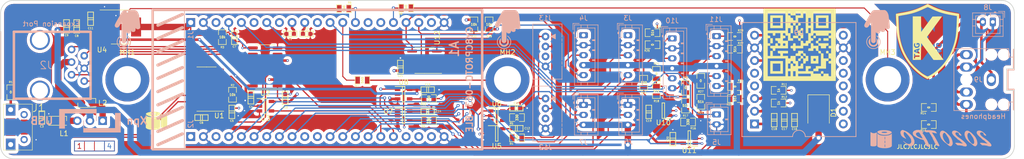
<source format=kicad_pcb>
(kicad_pcb
	(version 20241229)
	(generator "pcbnew")
	(generator_version "9.0")
	(general
		(thickness 1.6)
		(legacy_teardrops no)
	)
	(paper "USLetter")
	(title_block
		(title "KTag 2020TPC Main Body")
		(date "2025-02-01")
		(rev "Mark I")
		(company "Club K")
		(comment 1 "Dubuque               Iowa               United States of America")
		(comment 2 "Copyright © 2020-2025 Joseph P. Kearney and the KTag developers.")
		(comment 3 "License: CERN-OHL-S-2.0")
	)
	(layers
		(0 "F.Cu" signal)
		(4 "In1.Cu" power)
		(6 "In2.Cu" signal)
		(2 "B.Cu" signal)
		(9 "F.Adhes" user "F.Adhesive")
		(11 "B.Adhes" user "B.Adhesive")
		(13 "F.Paste" user)
		(15 "B.Paste" user)
		(5 "F.SilkS" user "F.Silkscreen")
		(7 "B.SilkS" user "B.Silkscreen")
		(1 "F.Mask" user)
		(3 "B.Mask" user)
		(17 "Dwgs.User" user "User.Drawings")
		(19 "Cmts.User" user "User.Comments")
		(21 "Eco1.User" user "User.Eco1")
		(23 "Eco2.User" user "User.Eco2")
		(25 "Edge.Cuts" user)
		(27 "Margin" user)
		(31 "F.CrtYd" user "F.Courtyard")
		(29 "B.CrtYd" user "B.Courtyard")
		(35 "F.Fab" user)
		(33 "B.Fab" user)
	)
	(setup
		(pad_to_mask_clearance 0)
		(allow_soldermask_bridges_in_footprints no)
		(tenting front back)
		(pcbplotparams
			(layerselection 0x00000000_00000000_55555555_575555ff)
			(plot_on_all_layers_selection 0x00000000_00000000_00000000_00000000)
			(disableapertmacros no)
			(usegerberextensions no)
			(usegerberattributes no)
			(usegerberadvancedattributes no)
			(creategerberjobfile no)
			(dashed_line_dash_ratio 12.000000)
			(dashed_line_gap_ratio 3.000000)
			(svgprecision 6)
			(plotframeref no)
			(mode 1)
			(useauxorigin no)
			(hpglpennumber 1)
			(hpglpenspeed 20)
			(hpglpendiameter 15.000000)
			(pdf_front_fp_property_popups yes)
			(pdf_back_fp_property_popups yes)
			(pdf_metadata yes)
			(pdf_single_document no)
			(dxfpolygonmode yes)
			(dxfimperialunits yes)
			(dxfusepcbnewfont yes)
			(psnegative no)
			(psa4output no)
			(plot_black_and_white yes)
			(sketchpadsonfab no)
			(plotpadnumbers no)
			(hidednponfab no)
			(sketchdnponfab yes)
			(crossoutdnponfab yes)
			(subtractmaskfromsilk yes)
			(outputformat 1)
			(mirror no)
			(drillshape 0)
			(scaleselection 1)
			(outputdirectory "Gerbers")
		)
	)
	(net 0 "")
	(net 1 "Net-(A1-Pad3)")
	(net 2 "Net-(A1-Pad8)")
	(net 3 "Net-(A1-Pad11)")
	(net 4 "Net-(A1-Pad41)")
	(net 5 "Net-(J1-Pad4)")
	(net 6 "GND")
	(net 7 "+5V")
	(net 8 "Speaker+")
	(net 9 "Speaker-")
	(net 10 "Audio_Tx")
	(net 11 "Audio_Rx")
	(net 12 "Audio_Busy")
	(net 13 "Expansion_Port_Rx")
	(net 14 "Console_Tx")
	(net 15 "Console_Rx")
	(net 16 "+3V3")
	(net 17 "Net-(A1-Pad10)")
	(net 18 "Net-(A1-Pad24)")
	(net 19 "Net-(U2-Pad9)")
	(net 20 "IR_Receive_Secondary_Left")
	(net 21 "IR_Receive_Secondary_Right")
	(net 22 "Expansion_Port_Alpha")
	(net 23 "Trigger")
	(net 24 "Net-(A1-Pad9)")
	(net 25 "IR_LED_Secondary_Left")
	(net 26 "CapSense_Tx")
	(net 27 "CapSense_Button0_Rx0")
	(net 28 "Expansion_Port_Beta")
	(net 29 "NeoPixel_Select_3")
	(net 30 "CapSense_Button0_Rx1")
	(net 31 "SDA")
	(net 32 "SCL")
	(net 33 "NeoPixel_Select_2")
	(net 34 "NeoPixel_Select_1")
	(net 35 "IR_LED_Primary_Right")
	(net 36 "IR_LED_Primary_Left")
	(net 37 "IR_Receive_Secondary_Forward")
	(net 38 "NeoPixel_Select_0")
	(net 39 "NeoPixel_Out")
	(net 40 "IR_Receive_Primary_Forward")
	(net 41 "IR_LED_Secondary_Right")
	(net 42 "IR_Receive_Primary_Right")
	(net 43 "IR_Receive_Primary_Left")
	(net 44 "Net-(J1-Pad2)")
	(net 45 "Net-(J1-Pad6)")
	(net 46 "Net-(J2-Pad4)")
	(net 47 "Net-(J2-Pad6)")
	(net 48 "Net-(J4-Pad3)")
	(net 49 "Net-(J7-Pad2)")
	(net 50 "Net-(J8-Pad2)")
	(net 51 "USB_Rx")
	(net 52 "Net-(U2-Pad6)")
	(net 53 "Net-(C3-Pad1)")
	(net 54 "Net-(C6-Pad1)")
	(net 55 "Net-(C16-Pad1)")
	(net 56 "Net-(J1-Pad3)")
	(net 57 "Net-(J2-Pad2)")
	(net 58 "Net-(J2-Pad1)")
	(net 59 "Net-(J2-Pad5)")
	(net 60 "Net-(J9-Pad2)")
	(net 61 "Net-(R2-Pad1)")
	(net 62 "Net-(R4-Pad2)")
	(net 63 "Net-(R5-Pad2)")
	(net 64 "Net-(R15-Pad2)")
	(net 65 "Net-(R16-Pad2)")
	(net 66 "Net-(U1-Pad10)")
	(net 67 "Net-(U1-Pad9)")
	(net 68 "Net-(U1-Pad8)")
	(net 69 "Net-(U1-Pad7)")
	(net 70 "Net-(U1-Pad3)")
	(net 71 "Net-(U1-Pad2)")
	(net 72 "Net-(J3-Pad3)")
	(net 73 "Net-(J6-Pad2)")
	(net 74 "Net-(J8-Pad1)")
	(net 75 "Net-(J10-Pad3)")
	(net 76 "Net-(J11-Pad3)")
	(net 77 "+5V_USB")
	(net 78 "+5V_Expansion")
	(net 79 "Net-(R9-Pad2)")
	(net 80 "Net-(R10-Pad2)")
	(net 81 "Net-(R11-Pad1)")
	(net 82 "Net-(R12-Pad1)")
	(net 83 "Net-(U9-Pad4)")
	(net 84 "Net-(U9-Pad5)")
	(net 85 "Net-(U9-Pad15)")
	(net 86 "Net-(U9-Pad14)")
	(net 87 "Net-(U9-Pad13)")
	(net 88 "Net-(U9-Pad12)")
	(net 89 "Net-(U9-Pad11)")
	(net 90 "Net-(U9-Pad9)")
	(net 91 "Net-(U12-Pad1)")
	(net 92 "Net-(U12-Pad2)")
	(net 93 "Net-(U12-Pad3)")
	(net 94 "Net-(U12-Pad7)")
	(net 95 "/User Interface/CapSense1")
	(net 96 "/User Interface/CapSense2")
	(net 97 "/User Interface/CapSense3")
	(net 98 "Net-(J10-Pad6)")
	(net 99 "Net-(J10-Pad5)")
	(net 100 "Net-(J10-Pad1)")
	(net 101 "Net-(J11-Pad1)")
	(net 102 "Net-(J11-Pad5)")
	(net 103 "Net-(J11-Pad6)")
	(footprint "KTag:MICRO-USB-MOLEX-105017-001" (layer "F.Cu") (at 25.9588 85.09 -90))
	(footprint "KTag:Keystone_4949" (layer "F.Cu") (at 50.8 75.565 -90))
	(footprint "KTag:Keystone_4949" (layer "F.Cu") (at 203.2 75.565 -90))
	(footprint "KTag:C_0603" (layer "F.Cu") (at 83.439 66.421 180))
	(footprint "KTag:C_0603" (layer "F.Cu") (at 86.741 66.421))
	(footprint "KTag:C_0603" (layer "F.Cu") (at 71.755 82.042 -90))
	(footprint "KTag:C_0603" (layer "F.Cu") (at 65.659 83.185 180))
	(footprint "KTag:C_0603" (layer "F.Cu") (at 72.263 67.183 90))
	(footprint "KTag:C_0603" (layer "F.Cu") (at 38.608 64.897 90))
	(footprint "KTag:C_0603" (layer "F.Cu") (at 82.423 79.248 90))
	(footprint "KTag:C_0603" (layer "F.Cu") (at 128.778 85.344))
	(footprint "KTag:C_0603" (layer "F.Cu") (at 128.778 81.28))
	(footprint "KTag:C_0603" (layer "F.Cu") (at 110.998 81.915))
	(footprint "KTag:C_0603" (layer "F.Cu") (at 110.998 77.597))
	(footprint "KTag:C_0603" (layer "F.Cu") (at 184.531 83.693 90))
	(footprint "KTag:C_0603" (layer "F.Cu") (at 182.499 83.693 90))
	(footprint "KTag:C_0603" (layer "F.Cu") (at 180.467 83.693 -90))
	(footprint "KTag:C_0603" (layer "F.Cu") (at 160.147 87.503 90))
	(footprint "KTag:C_0603" (layer "F.Cu") (at 155.321 82.042 90))
	(footprint "Diode_SMD:D_SMB" (layer "F.Cu") (at 189.357 82.169 -90))
	(footprint "KTag:L-0805" (layer "F.Cu") (at 36.83 83.82))
	(footprint "KTag:L-0805" (layer "F.Cu") (at 42.672 80.264))
	(footprint "KTag:R-0805" (layer "F.Cu") (at 27.432 78.105 -90))
	(footprint "KTag:R-0805" (layer "F.Cu") (at 71.882 78.613 -90))
	(footprint "KTag:R-0805" (layer "F.Cu") (at 69.85 67.056 -90))
	(footprint "KTag:R-0805" (layer "F.Cu") (at 128.905 87.249 180))
	(footprint "KTag:R-0805" (layer "F.Cu") (at 94.234 61.341))
	(footprint "KTag:R-0805" (layer "F.Cu") (at 97.917 75.692 180))
	(footprint "KTag:R-0805" (layer "F.Cu") (at 106.68 61.214 180))
	(footprint "KTag:R-0805" (layer "F.Cu") (at 111.252 83.82 180))
	(footprint "KTag:R-0805" (layer "F.Cu") (at 111.252 79.375 180))
	(footprint "KTag:R-0805" (layer "F.Cu") (at 181.356 77.724))
	(footprint "KTag:R-0805" (layer "F.Cu") (at 181.356 80.264))
	(footprint "KTag:R-0805" (layer "F.Cu") (at 211.455 84.582 180))
	(footprint "KTag:R-0805" (layer "F.Cu") (at 211.455 81.153 180))
	(footprint "KTag:R-0805" (layer "F.Cu") (at 163.195 84.074 180))
	(footprint "KTag:R-0805" (layer "F.Cu") (at 154.305 76.2 -90))
	(footprint "Package_SO:SOIC-14_3.9x8.7mm_P1.27mm" (layer "F.Cu") (at 66.675 77.47 180))
	(footprint "Package_SO:SOIC-14_3.9x8.7mm_P1.27mm" (layer "F.Cu") (at 78.435001 73.025 180))
	(footprint "KTag:SN74LV1T08DBVR" (layer "F.Cu") (at 78.486 80.899))
	(footprint "KTag:SOT-223-3_TabPin2" (layer "F.Cu") (at 49.403 65.024))
	(footprint "KTag:SN74LV1T08DBVR" (layer "F.Cu") (at 124.841 86.36))
	(footprint "KTag:SN74LV1T08DBVR"
		(layer "F.Cu")
		(uuid "00000000-0000-0000-0000-00005fa485e0")
		(at 124.841 82.804)
		(property "Reference" "U6"
			(at 0 -2.4 0)
			(layer "F.SilkS")
			(uuid "bb882505-2ef0-4a70-8e61-1c1be834ba6e")
			(effects
				(font
					(size 1 1)
					(thickness 0.15)
				)
			)
		)
		(property "Value" "SN74LV1T08DBVR"
			(at 0 2.6 0)
			(layer "F.SilkS")
			(hide yes)
			(uuid "01311869-27c6-4dbd-953b-31dab5c447bc")
			(effects
				(font
					(size 1 1)
					(thickness 0.15)
				)
			)
		)
		(property "Datasheet" ""
			(at 0 0 0)
			(layer "F.Fab")
			(hide yes)
			(uuid "1c6bbfc1-b5fc-4117-b522-c03e9572fb25")
			(effects
				(font
					(size 1.27 1.27)
					(thickness 0.15)
				)
			)
		)
		(property "Description" ""
			(at 0 0 0)
			(layer "F.Fab")
			(hide yes)
			(uuid "40615c51-311c-4f1c-a3e3-bb4d6af8cb7c")
			(effects
				(font
					(size 1.27 1.27)
					(thickness 0.15)
				)
			)
		)
		(path "/00000000-0000-0000-0000-000058716296/00000000-0000-0000-0000-00005fa1a470")
		(attr through_hole)
		(fp_line
			(start -1.7 -1.549999)
			(end 0.25 -1.549999)
			(stroke
				(width 0.1524)
				(type solid)
			)
			(layer "F.SilkS")
			(uuid "cacb0ac7-718f-479e-a990-5784c4f5357a")
		)
		(fp_line
			(start -0.25 1.549999)
			(end -0.25 -1.549999)
			(stroke
				(width 0.1524)
				(type solid)
			)
			(layer "F.SilkS")
			(uuid "04a529a7-85b7-4445-b8d6-805f6ece6ce1")
		)
		(fp_line
			(start -0.25 1.549999)
			(end 0.25 1.549999)
			(stroke
				(width 0.1524)
				(type solid)
			)
			(layer "F.SilkS")
			(uuid "2132a9b7-62ef-4d39-8d05-aa57a5591e55")
		)
		(fp_line
			(start 0.25 1.549999)
			(end 0.25 -1.549999)
			(stroke
				(width 0.1524)
				(type solid)
			)
			(layer "F.SilkS")
			(uuid "771671c3-cb44-4c2b-ade7-1378d36c2fc0")
		)
		(fp_line
			(start -1.423043 -1.138024)
			(end -1.199015 -1.138024)
			(stroke
				(width 0.1524)
				(type solid)
			)
			(layer "F.Fab")
			(uuid "78612220-18e9-4722-8631-f5b8e3ccdd70")
		)
		(fp_line
			(start -1.423043 -0.737974)
			(end -1.423043 -1.138024)
			(stroke
				(width 0.1524)
				(type solid)
			)
			(layer "F.Fab")
			(uuid "b3eeed35-d35b-4059-bb77-d9be096d146c")
		)
		(fp_line
			(start -1.423043 -0.737974)
			(end -1.199015 -0.737974)
			(stroke
				(width 0.1524)
				(type solid)
			)
			(layer "F.Fab")
			(uuid "25a171db-8a2c-4ace-990c-3e4ccb1d4c13")
		)
		(fp_line
			(start -1.423043 -0.185524)
			(end -1.199015 -0.185524)
			(stroke
				(width 0.1524)
				(type solid)
			)
			(layer "F.Fab")
			(uuid "ba512c09-1ccc-4478-b781-6b9a72384abd")
		)
		(fp_line
			(start -1.423043 0.214526)
			(end -1.423043 -0.185524)
			(stroke
				(width 0.1524)
				(type solid)
			)
			(layer "F.Fab")
			(uuid "02f853da-2108-4ed1-a6b2-f40a74758e75")
		)
		(fp_line
			(start -1.423043 0.214526)
			(end -1.199015 0.214526)
			(stroke
				(width 0.1524)
				(type solid)
			)
			(layer "F.Fab")
			(uuid "c3897a53-988b-48ad-ba2a-882df481f432")
		)
		(fp_line
			(start -1.423043 0.766976)
			(end -1.199015 0.766976)
			(stroke
				(width 0.1524)
				(type solid)
			)
			(layer "F.Fab")
			(uuid "996194cf-85c3-4a16-9b9b-843c5f30d7a6")
		)
		(fp_line
			(start -1.423043 1.167026)
			(end -1.423043 0.766976)
			(stroke
				(width 0.1524)
				(type solid)
			)
			(layer "F.Fab")
			(uuid "cc20bac3-aa52-4e90-b34c-d312a823fa0a")
		)
		(fp_line
			(start -1.423043 1.167026)
			(end -1.199015 1.167026)
			(stroke
				(width 0.1524)
				(type solid)
			)
			(layer "F.Fab")
			(uuid "3d6b33cd-02cf-43f2-ab9d-4d56c8dd1b59")
		)
		(fp_line
			(start -1.199015 -1.138024)
			(end -1.104654 -1.138024)
			(stroke
				(width 0.1524)
				(type solid)
			)
			(layer "F.Fab")
			(uuid "21df3585-e244-45d3-a250-8d23d21912dd")
		)
		(fp_line
			(start -1.199015 -0.737974)
			(end -1.104654 -0.737974)
			(stroke
				(width 0.1524)
				(type solid)
			)
			(layer "F.Fab")
			(uuid "9198d364-b6c4-4a81-94da-b323722a6799")
		)
		(fp_line
			(start -1.199015 -0.185524)
			(end -1.104654 -0.185524)
			(stroke
				(width 0.1524)
				(type solid)
			)
			(layer "F.Fab")
			(uuid "b353a1c8-bd57-433e-bd4a-6fd11e44dcec")
		)
		(fp_line
			(start -1.199015 0.214526)
			(end -1.104654 0.214526)
			(stroke
				(width 0.1524)
				(type solid)
			)
			(layer "F.Fab")
			(uuid "12a41835-cb0a-484d-97ce-88efdd57a080")
		)
		(fp_line
			(start -1.199015 0.766976)
			(end -1.104654 0.766976)
			(stroke
				(width 0.1524)
				(type solid)
			)
			(layer "F.Fab")
			(uuid "92567a23-15d2-4b4a-9ccf-f838bb2ba72e")
		)
		(fp_line
			(start -1.199015 1.167026)
			(end -1.104654 1.167026)
			(stroke
				(width 0.1524)
				(type solid)
			)
			(layer "F.Fab")
			(uuid "6a96d742-67ad-4e84-9f2a-af9257ff1bd3")
		)
		(fp_line
			(start -1.104654 -1.138024)
			(end -1.088499 -1.138024)
			(stroke
				(width 0.1524)
				(type solid)
			)
			(layer "F.Fab")
			(uuid "be5f560b-7bab-4ffe-acfb-4ad503e4037a")
		)
		(fp_line
			(start -1.104654 -0.737974)
			(end -1.088499 -0.737974)
			(stroke
				(width 0.1524)
				(type solid)
			)
			(layer "F.Fab")
			(uuid "dc3601ab-36d0-4ed4-9315-dd4ff8ec598d")
		)
		(fp_line
			(start -1.104654 -0.185524)
			(end -1.088499 -0.185524)
			(stroke
				(width 0.1524)
				(type solid)
			)
			(layer "F.Fab")
			(uuid "8aa98e13-7f0c-455b-bfab-31cb1f29b78b")
		)
		(fp_line
			(start -1.104654 0.214526)
			(end -1.088499 0.214526)
			(stroke
				(width 0.1524)
				(type solid)
			)
			(layer "F.Fab")
			(uuid "e2f945fe-2a03-4f95-86c8-0bdd1f2418dc")
		)
		(fp_line
			(start -1.104654 0.766976)
			(end -1.088499 0.766976)
			(stroke
				(width 0.1524)
				(type solid)
			)
			(layer "F.Fab")
			(uuid "4fc459ea-194e-4652-ad57-a5b140946a43")
		)
		(fp_line
			(start -1.104654 1.167026)
			(end -1.088499 1.167026)
			(stroke
				(width 0.1524)
				(type solid)
			)
			(layer "F.Fab")
			(uuid "05e803d4-232f-4780-ba31-ea1cf330d787")
		)
		(fp_line
			(start -1.088499 -1.138024)
			(end -0.834829 -1.138024)
			(stroke
				(width 0.1524)
				(type solid)
			)
			(layer "F.Fab")
			(uuid "2a695f8a-1d07-49d6-99b8-893f122c7000")
		)
		(fp_line
			(start -1.088499 -0.737974)
			(end -0.834829 -0.737974)
			(stroke
				(width 0.1524)
				(type solid)
			)
			(layer "F.Fab")
			(uuid "1f14fc52-f849-49c1-83ed-d5594c78412d")
		)
		(fp_line
			(start -1.088499 -0.185524)
			(end -0.834829 -0.185524)
			(stroke
				(width 0.1524)
				(type solid)
			)
			(layer "F.Fab")
			(uuid "ecd08be0-d5d7-4e4f-89c1-c33ae1390639")
		)
		(fp_line
			(start -1.088499 0.214526)
			(end -0.834829 0.214526)
			(stroke
				(width 0.1524)
				(type solid)
			)
			(layer "F.Fab")
			(uuid "f8ab00ec-b704-4579-95c9-502c3f2276ef")
		)
		(fp_line
			(start -1.088499 0.766976)
			(end -0.834829 0.766976)
			(stroke
				(width 0.1524)
				(type solid)
			)
			(layer "F.Fab")
			(uuid "4201534b-70d1-4771-a044-c7bd42d3c935")
		)
		(fp_line
			(start -1.088499 1.167026)
			(end -0.834829 1.167026)
			(stroke
				(width 0.1524)
				(type solid)
			)
			(layer "F.Fab")
			(uuid "670dd44e-e222-4640-ab0e-8f1743cbb22d")
		)
		(fp_line
			(start -0.834829 -1.138024)
			(end -0.800743 -1.138024)
			(stroke
				(width 0.1524)
				(type solid)
			)
			(layer "F.Fab")
			(uuid "c3dd26d3-0994-4d4f-b8cb-64914561067a")
		)
		(fp_line
			(start -0.834829 -0.737974)
			(end -0.800743 -0.737974)
			(stroke
				(width 0.1524)
				(type solid)
			)
			(layer "F.Fab")
			(uuid "5a722f62-7802-4da3-bc85-ce2b0394a1e1")
		)
		(fp_line
			(start -0.834829 -0.185524)
			(end -0.800743 -0.185524)
			(stroke
				(width 0.1524)
				(type solid)
			)
			(layer "F.Fab")
			(uuid "167149c2-4288-4e21-92fd-f5468f4f704b")
		)
		(fp_line
			(start -0.834829 0.214526)
			(end -0.800743 0.214526)
			(stroke
				(width 0.1524)
				(type solid)
			)
			(layer "F.Fab")
			(uuid "3e096ef8-9296-433c-8907-66987d08fbed")
		)
		(fp_line
			(start -0.834829 0.766976)
			(end -0.800743 0.766976)
			(stroke
				(width 0.1524)
				(type solid)
			)
			(layer "F.Fab")
			(uuid "cfc07c4c-361b-44cd-aecf-31bd503e1a03")
		)
		(fp_line
			(start -0.834829 1.167026)
			(end -0.800743 1.167026)
			(stroke
				(width 0.1524)
				(type solid)
			)
			(layer "F.Fab")
			(uuid "2f8571f3-56ba-4f96-a12a-d6d60fc94d37")
		)
		(fp_line
			(start -0.800743 -1.369799)
			(end -0.800743 -1.370841)
			(stroke
				(width 0.1524)
				(type solid)
			)
			(layer "F.Fab")
			(uuid "1e60d44e-6a57-4148-a333-8b5b4bfec965")
		)
		(fp_line
			(start -0.800743 -0.737974)
			(end -0.800743 -1.138024)
			(stroke
				(width 0.1524)
				(type solid)
			)
			(layer "F.Fab")
			(uuid "56defcbd-ad80-4cf5-aa64-eca54039b4d9")
		)
		(fp_line
			(start -0.800743 0.214526)
			(end -0.800743 -0.185524)
			(stroke
				(width 0.1524)
				(type solid)
			)
			(layer "F.Fab")
			(uuid "49a39c54-deab-47a4-a324-5d3c47fe3426")
		)
		(fp_line
			(start -0.800743 1.167026)
			(end -0.800743 0.766976)
			(stroke
				(width 0.1524)
				(type solid)
			)
			(layer "F.Fab")
			(uuid "38946c81-0dfd-45f8-b3b1-2a22ef1219d3")
		)
		(fp_line
			(start -0.800743 1.398801)
			(end -0.800743 -1.369799)
			(stroke
				(width 0.1524)
				(type solid)
			)
			(layer "F.Fab")
			(uuid "67464d85-a01a-484a-a201-ef2cebf965dc")
		)
		(fp_line
			(start -0.800743 1.399868)
			(end -0.800743 1.398801)
			(stroke
				(width 0.1524)
				(type solid)
			)
			(layer "F.Fab")
			(uuid "33a8569c-c0df-4013-94e1-1dd875cdd27f")
		)
		(fp_line
			(start -0.725 -1.445999)
			(end -0.724543 -1.445999)
			(stroke
				(width 0.1524)
				(type solid)
			)
			(layer "F.Fab")
			(uuid "edbc6de3-7ad9-429d-b190-962fac3caf7e")
		)
		(fp_line
			(start -0.725 1.475001)
			(end -0.724543 1.475001)
			(stroke
				(width 0.1524)
				(type solid)
			)
			(layer "F.Fab")
			(uuid "73459be1-646e-44ef-87cc-0add161d69de")
		)
		(fp_line
			(start -0.724543 -1.445999)
			(end 0.723257 -1.445999)
			(stroke
				(width 0.1524)
				(type solid)
			)
			(layer "F.Fab")
			(uuid "317009e8-1eaf-4c3b-bc6a-2413af168df5")
		)
		(fp_line
			(start -0.724543 1.475001)
			(end 0.723257 1.475001)
			(stroke
				(width 0.1524)
				(type solid)
			)
			(layer "F.Fab")
			(uuid "203f4949-e697-496c-8ef5-d7badce4382c")
		)
		(fp_line
			(start 0.723257 -1.445999)
			(end 0.723715 -1.445999)
			(stroke
				(width 0.1524)
				(type solid)
			)
			(layer "F.Fab")
			(uuid "0af5096d-04ee-42c1-8e0f-e77a5eed5054")
		)
		(fp_line
			(start 0.723257 1.475001)
			(end 0.723715 1.475001)
			(stroke
				(width 0.1524)
				(type solid)
			)
			(layer "F.Fab")
			(uuid "278310ce-7505-48b7-94b4-a77d98c78a13")
		)
		(fp_line
			(start 0.799457 -1.369799)
			(end 0.799457 -1.370841)
			(stroke
				(width 0.1524)
				(type solid)
			)
			(layer "F.Fab")
			(uuid "a416af4f-a40e-4c16-8c50-d3edd11a4611")
		)
		(fp_line
			(start 0.799457 -1.138024)
			(end 0.833544 -1.138024)
			(stroke
				(width 0.1524)
				(type solid)
			)
			(layer "F.Fab")
			(uuid "ef2ef941-820a-4652-9f6a-2c464e531e9e")
		)
		(fp_line
			(start 0.799457 -0.737974)
			(end 0.799457 -1.138024)
			(stroke
				(width 0.1524)
				(type solid)
			)
			(layer "F.Fab")
			(uuid "cfbeb37d-aa1f-4ae1-834d-0a09f83dee1b")
		)
		(fp_line
			(start 0.799457 -0.737974)
			(end 0.833544 -0.737974)
			(stroke
				(width 0.1524)
				(type solid)
			)
			(layer "F.Fab")
			(uuid "847ceea4-5b7d-4ce5-ba16-9f16203f61cd")
		)
		(fp_line
			(start 0.799457 0.766976)
			(end 0.833544 0.766976)
			(stroke
				(width 0.1524)
				(type solid)
			)
			(layer "F.Fab")
			(uuid "df796e9d-f562-4b26-bd76-a234b6d344fc")
		)
		(fp_line
			(start 0.799457 1.167026)
			(end 0.799457 0.766976)
			(stroke
				(width 0.1524)
				(type solid)
			)
			(layer "F.Fab")
			(uuid "704f65fa-cb8c-437f-a037-1d1586a3ab20")
		)
		(fp_line
			(start 0.799457 1.167026)
			(end 0.833544 1.167026)
			(stroke
				(width 0.1524)
				(type solid)
			)
			(layer "F.Fab")
			(uuid "1e3febf6-0af9-45a3-aaa2-65e6cb600385")
		)
		(fp_line
			(start 0.799457 1.398801)
			(end 0.799
... [1150657 chars truncated]
</source>
